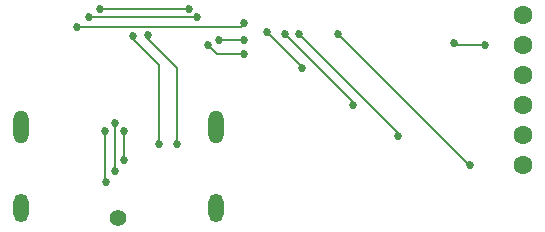
<source format=gbl>
G04 #@! TF.FileFunction,Copper,L2,Bot,Signal*
%FSLAX46Y46*%
G04 Gerber Fmt 4.6, Leading zero omitted, Abs format (unit mm)*
G04 Created by KiCad (PCBNEW 4.0.7) date 09/28/18 02:57:55*
%MOMM*%
%LPD*%
G01*
G04 APERTURE LIST*
%ADD10C,0.100000*%
%ADD11O,1.300000X2.800000*%
%ADD12O,1.300000X2.400000*%
%ADD13C,1.400000*%
%ADD14C,1.602000*%
%ADD15C,0.685800*%
%ADD16C,0.152400*%
G04 APERTURE END LIST*
D10*
D11*
X130750000Y-104120000D03*
D12*
X130750000Y-110900000D03*
D13*
X139000000Y-111800000D03*
D12*
X147250000Y-110900000D03*
D11*
X147250000Y-104120000D03*
D14*
X173300000Y-94600000D03*
X173300000Y-97140000D03*
X173300000Y-99680000D03*
X173300000Y-102220000D03*
X173300000Y-104760000D03*
X173300000Y-107300000D03*
D15*
X141500000Y-96300000D03*
X144000000Y-105500000D03*
X140300000Y-96400000D03*
X142500000Y-105500000D03*
X135500000Y-95600000D03*
X149700000Y-95300000D03*
X136500000Y-94800000D03*
X145700000Y-94800000D03*
X137500000Y-94100000D03*
X145000000Y-94100000D03*
X137900000Y-104400000D03*
X138000000Y-108700000D03*
X138700000Y-107800000D03*
X138700000Y-103700000D03*
X139500000Y-104400000D03*
X139500000Y-106900000D03*
X149700000Y-97900000D03*
X146600000Y-97100000D03*
X170100000Y-97100000D03*
X167400000Y-97000000D03*
X149700000Y-96700000D03*
X147500000Y-96700000D03*
X154600000Y-99100000D03*
X151600000Y-96000000D03*
X158900000Y-102200000D03*
X153100000Y-96200000D03*
X162700000Y-104800000D03*
X154300000Y-96200000D03*
X168800000Y-107300000D03*
X157600000Y-96200000D03*
D16*
X141500000Y-96600000D02*
X141500000Y-96300000D01*
X144000000Y-99100000D02*
X141500000Y-96600000D01*
X144000000Y-105500000D02*
X144000000Y-99100000D01*
X140300000Y-96600000D02*
X140300000Y-96400000D01*
X142500000Y-98800000D02*
X140300000Y-96600000D01*
X142500000Y-105500000D02*
X142500000Y-98800000D01*
X149400000Y-95600000D02*
X135500000Y-95600000D01*
X149700000Y-95300000D02*
X149400000Y-95600000D01*
X145700000Y-94800000D02*
X136500000Y-94800000D01*
X145000000Y-94100000D02*
X137500000Y-94100000D01*
X137900000Y-108600000D02*
X137900000Y-104400000D01*
X138000000Y-108700000D02*
X137900000Y-108600000D01*
X138700000Y-103700000D02*
X138700000Y-107800000D01*
X139500000Y-106900000D02*
X139500000Y-104400000D01*
X147400000Y-97900000D02*
X149700000Y-97900000D01*
X146600000Y-97100000D02*
X147400000Y-97900000D01*
X167500000Y-97100000D02*
X170100000Y-97100000D01*
X167400000Y-97000000D02*
X167500000Y-97100000D01*
X147500000Y-96700000D02*
X149700000Y-96700000D01*
X154600000Y-99000000D02*
X154600000Y-99100000D01*
X151600000Y-96000000D02*
X154600000Y-99000000D01*
X158900000Y-102000000D02*
X158900000Y-102200000D01*
X153100000Y-96200000D02*
X158900000Y-102000000D01*
X162700000Y-104600000D02*
X162700000Y-104800000D01*
X154300000Y-96200000D02*
X162700000Y-104600000D01*
X168700000Y-107300000D02*
X168800000Y-107300000D01*
X157600000Y-96200000D02*
X168700000Y-107300000D01*
M02*

</source>
